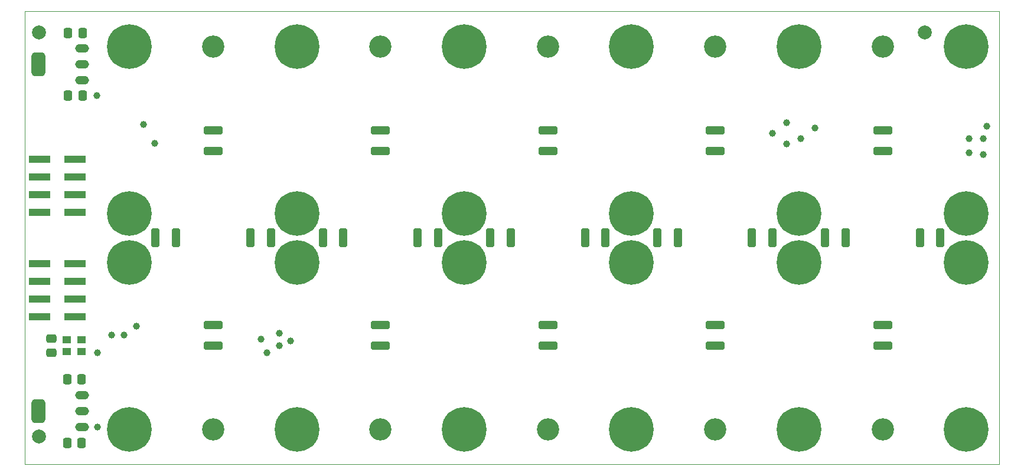
<source format=gbr>
%TF.GenerationSoftware,KiCad,Pcbnew,8.0.6*%
%TF.CreationDate,2024-12-06T19:08:15+01:00*%
%TF.ProjectId,AsicsBoard - 10xBM1370 - 01A,41736963-7342-46f6-9172-64202d203130,rev?*%
%TF.SameCoordinates,Original*%
%TF.FileFunction,Soldermask,Bot*%
%TF.FilePolarity,Negative*%
%FSLAX46Y46*%
G04 Gerber Fmt 4.6, Leading zero omitted, Abs format (unit mm)*
G04 Created by KiCad (PCBNEW 8.0.6) date 2024-12-06 19:08:15*
%MOMM*%
%LPD*%
G01*
G04 APERTURE LIST*
G04 Aperture macros list*
%AMRoundRect*
0 Rectangle with rounded corners*
0 $1 Rounding radius*
0 $2 $3 $4 $5 $6 $7 $8 $9 X,Y pos of 4 corners*
0 Add a 4 corners polygon primitive as box body*
4,1,4,$2,$3,$4,$5,$6,$7,$8,$9,$2,$3,0*
0 Add four circle primitives for the rounded corners*
1,1,$1+$1,$2,$3*
1,1,$1+$1,$4,$5*
1,1,$1+$1,$6,$7*
1,1,$1+$1,$8,$9*
0 Add four rect primitives between the rounded corners*
20,1,$1+$1,$2,$3,$4,$5,0*
20,1,$1+$1,$4,$5,$6,$7,0*
20,1,$1+$1,$6,$7,$8,$9,0*
20,1,$1+$1,$8,$9,$2,$3,0*%
G04 Aperture macros list end*
%ADD10RoundRect,0.250000X0.325000X1.100000X-0.325000X1.100000X-0.325000X-1.100000X0.325000X-1.100000X0*%
%ADD11RoundRect,0.250000X-0.325000X-1.100000X0.325000X-1.100000X0.325000X1.100000X-0.325000X1.100000X0*%
%ADD12C,3.200000*%
%ADD13RoundRect,0.250000X0.337500X0.475000X-0.337500X0.475000X-0.337500X-0.475000X0.337500X-0.475000X0*%
%ADD14RoundRect,0.250000X1.100000X-0.325000X1.100000X0.325000X-1.100000X0.325000X-1.100000X-0.325000X0*%
%ADD15C,1.000000*%
%ADD16R,3.150000X1.000000*%
%ADD17C,0.800000*%
%ADD18C,6.400000*%
%ADD19RoundRect,0.512160X-0.469840X0.069840X-0.469840X-0.069840X0.469840X-0.069840X0.469840X0.069840X0*%
%ADD20RoundRect,0.510640X-0.471360X1.221360X-0.471360X-1.221360X0.471360X-1.221360X0.471360X1.221360X0*%
%ADD21RoundRect,0.250000X-1.100000X0.325000X-1.100000X-0.325000X1.100000X-0.325000X1.100000X0.325000X0*%
%ADD22C,2.000000*%
%ADD23R,1.300000X1.100000*%
%ADD24RoundRect,0.250000X-0.475000X0.337500X-0.475000X-0.337500X0.475000X-0.337500X0.475000X0.337500X0*%
%TA.AperFunction,Profile*%
%ADD25C,0.100000*%
%TD*%
G04 APERTURE END LIST*
D10*
%TO.C,C185*%
X196275000Y-87500000D03*
X193325000Y-87500000D03*
%TD*%
D11*
%TO.C,C184*%
X179725000Y-87500000D03*
X182675000Y-87500000D03*
%TD*%
D10*
%TO.C,C183*%
X172200000Y-87500000D03*
X169250000Y-87500000D03*
%TD*%
D11*
%TO.C,C182*%
X155725000Y-87500000D03*
X158675000Y-87500000D03*
%TD*%
D10*
%TO.C,C181*%
X148275000Y-87500000D03*
X145325000Y-87500000D03*
%TD*%
D11*
%TO.C,C180*%
X131725000Y-87500000D03*
X134675000Y-87500000D03*
%TD*%
D10*
%TO.C,C179*%
X124275000Y-87500000D03*
X121325000Y-87500000D03*
%TD*%
D11*
%TO.C,C178*%
X107725000Y-87500000D03*
X110675000Y-87500000D03*
%TD*%
D10*
%TO.C,C177*%
X100275000Y-87500000D03*
X97325000Y-87500000D03*
%TD*%
D11*
%TO.C,C176*%
X83725000Y-87500000D03*
X86675000Y-87500000D03*
%TD*%
D12*
%TO.C,H6*%
X92000000Y-115000000D03*
%TD*%
%TO.C,H3*%
X188000000Y-60000000D03*
%TD*%
%TO.C,H7*%
X116000000Y-60000000D03*
%TD*%
%TO.C,H9*%
X116000000Y-115000000D03*
%TD*%
%TO.C,H5*%
X140000000Y-115000000D03*
%TD*%
%TO.C,H10*%
X164000000Y-115000000D03*
%TD*%
%TO.C,H4*%
X188000000Y-115000000D03*
%TD*%
%TO.C,H1*%
X92000000Y-60000000D03*
%TD*%
%TO.C,H8*%
X164000000Y-60000000D03*
%TD*%
%TO.C,H2*%
X140000000Y-60000000D03*
%TD*%
D13*
%TO.C,C3*%
X73149500Y-116952000D03*
X71074500Y-116952000D03*
%TD*%
D14*
%TO.C,C112*%
X188000000Y-75017000D03*
X188000000Y-72067000D03*
%TD*%
D15*
%TO.C,TP21*%
X172188000Y-72502000D03*
%TD*%
%TO.C,TP23*%
X174220000Y-70978000D03*
%TD*%
D16*
%TO.C,J1*%
X72195000Y-91232000D03*
X67145000Y-91232000D03*
X72195000Y-93772000D03*
X67145000Y-93772000D03*
X72195000Y-96312000D03*
X67145000Y-96312000D03*
X72195000Y-98852000D03*
X67145000Y-98852000D03*
%TD*%
D17*
%TO.C,H33*%
X202600000Y-91000000D03*
X201900000Y-92900000D03*
X201900000Y-89100000D03*
X200000000Y-93600000D03*
D18*
X200000000Y-91000000D03*
D17*
X200000000Y-88400000D03*
X198100000Y-92900000D03*
X198100000Y-89100000D03*
X197400000Y-91000000D03*
%TD*%
D15*
%TO.C,TP9*%
X202414000Y-73264000D03*
%TD*%
%TO.C,TP11*%
X200382000Y-73264000D03*
%TD*%
D17*
%TO.C,H11*%
X82600000Y-84000000D03*
X81900000Y-85900000D03*
X81900000Y-82100000D03*
X80000000Y-86600000D03*
D18*
X80000000Y-84000000D03*
D17*
X80000000Y-81400000D03*
X78100000Y-85900000D03*
X78100000Y-82100000D03*
X77400000Y-84000000D03*
%TD*%
D15*
%TO.C,TP15*%
X81002000Y-100188000D03*
%TD*%
%TO.C,TP1*%
X75400000Y-114666000D03*
%TD*%
%TO.C,TP5*%
X103100000Y-102300000D03*
%TD*%
%TO.C,TP14*%
X82018000Y-71232000D03*
%TD*%
D13*
%TO.C,C2*%
X73276500Y-58067500D03*
X71201500Y-58067500D03*
%TD*%
D17*
%TO.C,H27*%
X178600000Y-84000000D03*
X177900000Y-85900000D03*
X177900000Y-82100000D03*
X176000000Y-86600000D03*
D18*
X176000000Y-84000000D03*
D17*
X176000000Y-81400000D03*
X174100000Y-85900000D03*
X174100000Y-82100000D03*
X173400000Y-84000000D03*
%TD*%
D15*
%TO.C,TP4*%
X101500000Y-103000000D03*
%TD*%
D19*
%TO.C,U2*%
X73205000Y-110080000D03*
X73205000Y-112380000D03*
X73205000Y-114680000D03*
D20*
X66955000Y-112380000D03*
%TD*%
D15*
%TO.C,TP19*%
X174220000Y-74026000D03*
%TD*%
D21*
%TO.C,C10*%
X116000000Y-99983000D03*
X116000000Y-102933000D03*
%TD*%
D15*
%TO.C,TP8*%
X200382000Y-75296000D03*
%TD*%
D17*
%TO.C,H14*%
X82600000Y-115000000D03*
X81900000Y-116900000D03*
X81900000Y-113100000D03*
X80000000Y-117600000D03*
D18*
X80000000Y-115000000D03*
D17*
X80000000Y-112400000D03*
X78100000Y-116900000D03*
X78100000Y-113100000D03*
X77400000Y-115000000D03*
%TD*%
%TO.C,H34*%
X202600000Y-115000000D03*
X201900000Y-116900000D03*
X201900000Y-113100000D03*
X200000000Y-117600000D03*
D18*
X200000000Y-115000000D03*
D17*
X200000000Y-112400000D03*
X198100000Y-116900000D03*
X198100000Y-113100000D03*
X197400000Y-115000000D03*
%TD*%
%TO.C,H21*%
X130600000Y-91000000D03*
X129900000Y-92900000D03*
X129900000Y-89100000D03*
X128000000Y-93600000D03*
D18*
X128000000Y-91000000D03*
D17*
X128000000Y-88400000D03*
X126100000Y-92900000D03*
X126100000Y-89100000D03*
X125400000Y-91000000D03*
%TD*%
%TO.C,H20*%
X130600000Y-60000000D03*
X129900000Y-61900000D03*
X129900000Y-58100000D03*
X128000000Y-62600000D03*
D18*
X128000000Y-60000000D03*
D17*
X128000000Y-57400000D03*
X126100000Y-61900000D03*
X126100000Y-58100000D03*
X125400000Y-60000000D03*
%TD*%
%TO.C,H19*%
X130600000Y-84000000D03*
X129900000Y-85900000D03*
X129900000Y-82100000D03*
X128000000Y-86600000D03*
D18*
X128000000Y-84000000D03*
D17*
X128000000Y-81400000D03*
X126100000Y-85900000D03*
X126100000Y-82100000D03*
X125400000Y-84000000D03*
%TD*%
%TO.C,H32*%
X202600000Y-60000000D03*
X201900000Y-61900000D03*
X201900000Y-58100000D03*
X200000000Y-62600000D03*
D18*
X200000000Y-60000000D03*
D17*
X200000000Y-57400000D03*
X198100000Y-61900000D03*
X198100000Y-58100000D03*
X197400000Y-60000000D03*
%TD*%
D22*
%TO.C,FID4*%
X67000000Y-58000000D03*
%TD*%
D21*
%TO.C,C61*%
X140000000Y-99983000D03*
X140000000Y-102933000D03*
%TD*%
D17*
%TO.C,H13*%
X82600000Y-91000000D03*
X81900000Y-92900000D03*
X81900000Y-89100000D03*
X80000000Y-93600000D03*
D18*
X80000000Y-91000000D03*
D17*
X80000000Y-88400000D03*
X78100000Y-92900000D03*
X78100000Y-89100000D03*
X77400000Y-91000000D03*
%TD*%
%TO.C,H31*%
X202600000Y-84000000D03*
X201900000Y-85900000D03*
X201900000Y-82100000D03*
X200000000Y-86600000D03*
D18*
X200000000Y-84000000D03*
D17*
X200000000Y-81400000D03*
X198100000Y-85900000D03*
X198100000Y-82100000D03*
X197400000Y-84000000D03*
%TD*%
D21*
%TO.C,C95*%
X164000000Y-99983000D03*
X164000000Y-102933000D03*
%TD*%
D17*
%TO.C,H30*%
X178600000Y-115000000D03*
X177900000Y-116900000D03*
X177900000Y-113100000D03*
X176000000Y-117600000D03*
D18*
X176000000Y-115000000D03*
D17*
X176000000Y-112400000D03*
X174100000Y-116900000D03*
X174100000Y-113100000D03*
X173400000Y-115000000D03*
%TD*%
%TO.C,H23*%
X154600000Y-84000000D03*
X153900000Y-85900000D03*
X153900000Y-82100000D03*
X152000000Y-86600000D03*
D18*
X152000000Y-84000000D03*
D17*
X152000000Y-81400000D03*
X150100000Y-85900000D03*
X150100000Y-82100000D03*
X149400000Y-84000000D03*
%TD*%
%TO.C,H17*%
X106600000Y-91000000D03*
X105900000Y-92900000D03*
X105900000Y-89100000D03*
X104000000Y-93600000D03*
D18*
X104000000Y-91000000D03*
D17*
X104000000Y-88400000D03*
X102100000Y-92900000D03*
X102100000Y-89100000D03*
X101400000Y-91000000D03*
%TD*%
D15*
%TO.C,TP3*%
X101500000Y-101200000D03*
%TD*%
%TO.C,TP16*%
X75414000Y-103998000D03*
%TD*%
D17*
%TO.C,H25*%
X154600000Y-91000000D03*
X153900000Y-92900000D03*
X153900000Y-89100000D03*
X152000000Y-93600000D03*
D18*
X152000000Y-91000000D03*
D17*
X152000000Y-88400000D03*
X150100000Y-92900000D03*
X150100000Y-89100000D03*
X149400000Y-91000000D03*
%TD*%
D15*
%TO.C,TP7*%
X99700000Y-104000000D03*
%TD*%
D23*
%TO.C,U3*%
X71062000Y-102157000D03*
X73162000Y-102157000D03*
X73162000Y-103807000D03*
X71062000Y-103807000D03*
%TD*%
D17*
%TO.C,H22*%
X130600000Y-115000000D03*
X129900000Y-116900000D03*
X129900000Y-113100000D03*
X128000000Y-117600000D03*
D18*
X128000000Y-115000000D03*
D17*
X128000000Y-112400000D03*
X126100000Y-116900000D03*
X126100000Y-113100000D03*
X125400000Y-115000000D03*
%TD*%
D15*
%TO.C,TP6*%
X98900000Y-102000000D03*
%TD*%
%TO.C,TP12*%
X202922000Y-71486000D03*
%TD*%
D22*
%TO.C,FID5*%
X67000000Y-116000000D03*
%TD*%
D13*
%TO.C,C4*%
X73276500Y-67084500D03*
X71201500Y-67084500D03*
%TD*%
D21*
%TO.C,C146*%
X188000000Y-99983000D03*
X188000000Y-102933000D03*
%TD*%
D17*
%TO.C,H15*%
X106600000Y-84000000D03*
X105900000Y-85900000D03*
X105900000Y-82100000D03*
X104000000Y-86600000D03*
D18*
X104000000Y-84000000D03*
D17*
X104000000Y-81400000D03*
X102100000Y-85900000D03*
X102100000Y-82100000D03*
X101400000Y-84000000D03*
%TD*%
D16*
%TO.C,J2*%
X72195000Y-76232000D03*
X67145000Y-76232000D03*
X72195000Y-78772000D03*
X67145000Y-78772000D03*
X72195000Y-81312000D03*
X67145000Y-81312000D03*
X72195000Y-83852000D03*
X67145000Y-83852000D03*
%TD*%
D17*
%TO.C,H12*%
X82600000Y-60000000D03*
X81900000Y-61900000D03*
X81900000Y-58100000D03*
X80000000Y-62600000D03*
D18*
X80000000Y-60000000D03*
D17*
X80000000Y-57400000D03*
X78100000Y-61900000D03*
X78100000Y-58100000D03*
X77400000Y-60000000D03*
%TD*%
D15*
%TO.C,TP2*%
X75300000Y-67100000D03*
%TD*%
%TO.C,TP18*%
X77446000Y-101458000D03*
%TD*%
%TO.C,TP13*%
X83600000Y-73900000D03*
%TD*%
%TO.C,TP10*%
X202414000Y-75550000D03*
%TD*%
D14*
%TO.C,C78*%
X140000000Y-75017000D03*
X140000000Y-72067000D03*
%TD*%
D17*
%TO.C,H29*%
X178600000Y-91000000D03*
X177900000Y-92900000D03*
X177900000Y-89100000D03*
X176000000Y-93600000D03*
D18*
X176000000Y-91000000D03*
D17*
X176000000Y-88400000D03*
X174100000Y-92900000D03*
X174100000Y-89100000D03*
X173400000Y-91000000D03*
%TD*%
D14*
%TO.C,C163*%
X92000000Y-75017000D03*
X92000000Y-72067000D03*
%TD*%
D15*
%TO.C,TP17*%
X79224000Y-101458000D03*
%TD*%
D17*
%TO.C,H24*%
X154600000Y-60000000D03*
X153900000Y-61900000D03*
X153900000Y-58100000D03*
X152000000Y-62600000D03*
D18*
X152000000Y-60000000D03*
D17*
X152000000Y-57400000D03*
X150100000Y-61900000D03*
X150100000Y-58100000D03*
X149400000Y-60000000D03*
%TD*%
D19*
%TO.C,U1*%
X73205000Y-60296000D03*
X73205000Y-62596000D03*
X73205000Y-64896000D03*
D20*
X66955000Y-62596000D03*
%TD*%
D21*
%TO.C,C27*%
X92000000Y-99983000D03*
X92000000Y-102933000D03*
%TD*%
D15*
%TO.C,TP20*%
X178284000Y-71740000D03*
%TD*%
%TO.C,TP22*%
X176252000Y-73264000D03*
%TD*%
D17*
%TO.C,H18*%
X106600000Y-115000000D03*
X105900000Y-116900000D03*
X105900000Y-113100000D03*
X104000000Y-117600000D03*
D18*
X104000000Y-115000000D03*
D17*
X104000000Y-112400000D03*
X102100000Y-116900000D03*
X102100000Y-113100000D03*
X101400000Y-115000000D03*
%TD*%
%TO.C,H26*%
X154600000Y-115000000D03*
X153900000Y-116900000D03*
X153900000Y-113100000D03*
X152000000Y-117600000D03*
D18*
X152000000Y-115000000D03*
D17*
X152000000Y-112400000D03*
X150100000Y-116900000D03*
X150100000Y-113100000D03*
X149400000Y-115000000D03*
%TD*%
D14*
%TO.C,C44*%
X164000000Y-75017000D03*
X164000000Y-72067000D03*
%TD*%
D22*
%TO.C,FID6*%
X194000000Y-58000000D03*
%TD*%
D17*
%TO.C,H28*%
X178600000Y-60000000D03*
X177900000Y-61900000D03*
X177900000Y-58100000D03*
X176000000Y-62600000D03*
D18*
X176000000Y-60000000D03*
D17*
X176000000Y-57400000D03*
X174100000Y-61900000D03*
X174100000Y-58100000D03*
X173400000Y-60000000D03*
%TD*%
%TO.C,H16*%
X106600000Y-60000000D03*
X105900000Y-61900000D03*
X105900000Y-58100000D03*
X104000000Y-62600000D03*
D18*
X104000000Y-60000000D03*
D17*
X104000000Y-57400000D03*
X102100000Y-61900000D03*
X102100000Y-58100000D03*
X101400000Y-60000000D03*
%TD*%
D14*
%TO.C,C129*%
X116000000Y-75017000D03*
X116000000Y-72067000D03*
%TD*%
D24*
%TO.C,C5*%
X68810000Y-101944500D03*
X68810000Y-104019500D03*
%TD*%
D13*
%TO.C,C1*%
X73149500Y-107808000D03*
X71074500Y-107808000D03*
%TD*%
D25*
X204750000Y-55000000D02*
X204750000Y-120000000D01*
X65000000Y-55000000D02*
X65000000Y-120000000D01*
X65000000Y-120000000D02*
X204750000Y-120000000D01*
X65000000Y-55000000D02*
X204750000Y-55000000D01*
M02*

</source>
